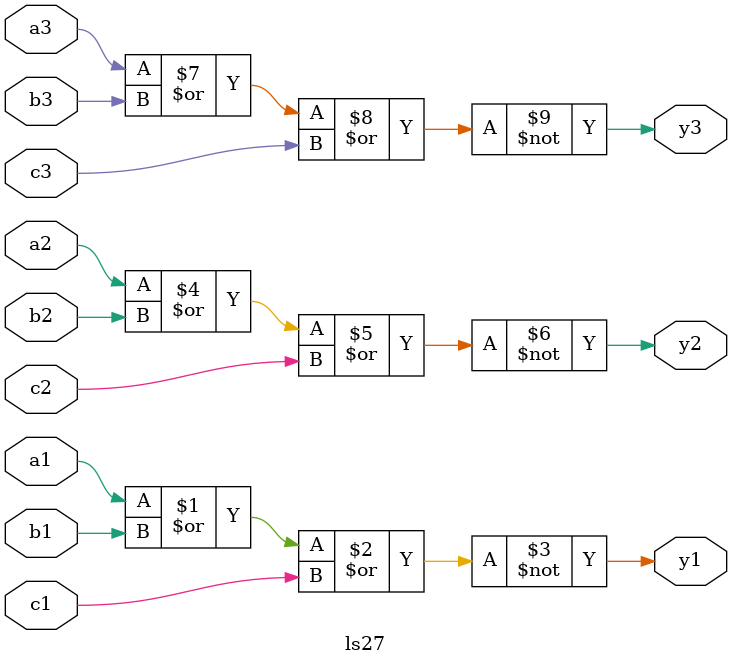
<source format=sv>

/*     _____________
     _|             |_
a1  |_|1          14|_| VCC
     _|             |_                     
b1  |_|2          13|_| c1
     _|             |_
a2  |_|3          12|_| y1
     _|             |_
b2  |_|4          11|_| c3
     _|             |_
c2  |_|5          10|_| b3
     _|             |_
y2  |_|6           9|_| a3
     _|             |_
GND |_|7           8|_| y3
      |_____________|
*/

module ls27
(
	input a1, a2, a3,
	input b1, b2, b3,
	input c1, c2, c3,
	output y1, y2, y3
);

assign y1 = ~(a1 | b1 | c1);
assign y2 = ~(a2 | b2 | c2);
assign y3 = ~(a3 | b3 | c3);

endmodule

</source>
